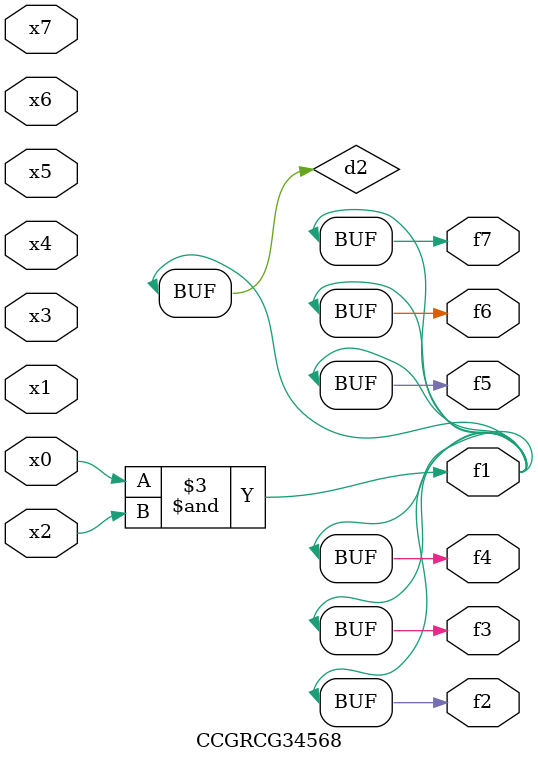
<source format=v>
module CCGRCG34568(
	input x0, x1, x2, x3, x4, x5, x6, x7,
	output f1, f2, f3, f4, f5, f6, f7
);

	wire d1, d2;

	nor (d1, x3, x6);
	and (d2, x0, x2);
	assign f1 = d2;
	assign f2 = d2;
	assign f3 = d2;
	assign f4 = d2;
	assign f5 = d2;
	assign f6 = d2;
	assign f7 = d2;
endmodule

</source>
